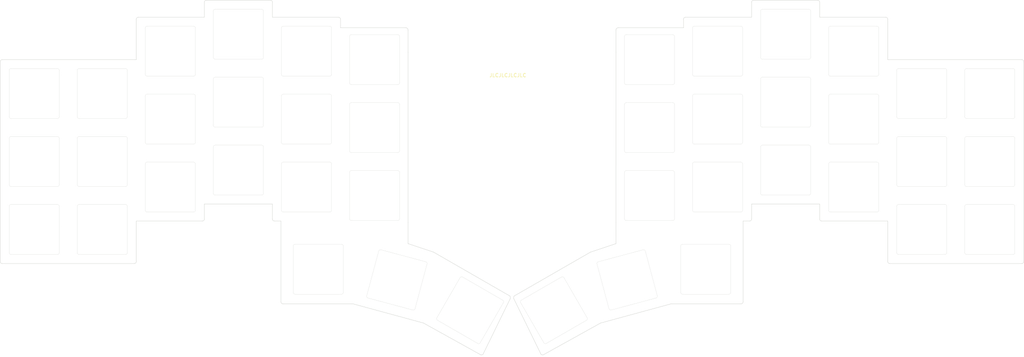
<source format=kicad_pcb>
(kicad_pcb (version 20221018) (generator pcbnew)
  (layers (0 "F.Cu" signal) (31 "B.Cu" signal) (34 "B.Paste" user) (35 "F.Paste" user) (36 "B.SilkS" user "B.Silkscreen") (37 "F.SilkS" user "F.Silkscreen") (38 "B.Mask" user) (39 "F.Mask" user) (44 "Edge.Cuts" user))
  (net 0 "")
  (footprint "MountingHole:MountingHole_2.2mm_M2_DIN965" (layer "F.Cu") (at 350.790673 93.098077)
    (fp_text reference "H7" hide)
    (fp_text value "MountingHole" hide)
    (pad "" np_thru_hole circle (at 0 0) (size 2.2 2.2) (drill 2.2) (layers "F&B.Cu" "*.Mask"))
  )
  (footprint "plate:plate_cutout" (layer "F.Cu") (at 194.36891 146.488643 -15)
    (fp_text reference "SW24" hide)
    (fp_text value "MX_SW_HS")
    (fp_line (start -7 -6.5) (end -7 6.5) (stroke (width 0.05)) (layer "Edge.Cuts"))
    (fp_line (start -6.5 7) (end 6.5 7) (stroke (width 0.05)) (layer "Edge.Cuts"))
    (fp_line (start 6.5 -7) (end -6.5 -7) (stroke (width 0.05)) (layer "Edge.Cuts"))
    (fp_line (start 7 6.5) (end 7 -6.5) (stroke (width 0.05)) (layer "Edge.Cuts"))
    (fp_arc (start -7 -6.5) (mid -6.853553 -6.853553) (end -6.5 -7) (stroke (width 0.05)) (layer "Edge.Cuts"))
    (fp_arc (start -6.497236 6.998884) (mid -6.850789 6.852437) (end -6.997236 6.498884) (stroke (width 0.05)) (layer "Edge.Cuts"))
    (fp_arc (start 6.5 -7) (mid 6.853553 -6.853553) (end 7 -6.5) (stroke (width 0.05)) (layer "Edge.Cuts"))
    (fp_arc (start 7 6.5) (mid 6.853553 6.853553) (end 6.5 7) (stroke (width 0.05)) (layer "Edge.Cuts"))
  )
  (footprint "plate:plate_cutout" (layer "F.Cu") (at 111.918911 113.313645)
    (fp_text reference "SW8" hide)
    (fp_text value "MX_SW_HS")
    (fp_line (start -7 -6.5) (end -7 6.5) (stroke (width 0.05)) (layer "Edge.Cuts"))
    (fp_line (start -6.5 7) (end 6.5 7) (stroke (width 0.05)) (layer "Edge.Cuts"))
    (fp_line (start 6.5 -7) (end -6.5 -7) (stroke (width 0.05)) (layer "Edge.Cuts"))
    (fp_line (start 7 6.5) (end 7 -6.5) (stroke (width 0.05)) (layer "Edge.Cuts"))
    (fp_arc (start -7 -6.5) (mid -6.853553 -6.853553) (end -6.5 -7) (stroke (width 0.05)) (layer "Edge.Cuts"))
    (fp_arc (start -6.497236 6.998884) (mid -6.850789 6.852437) (end -6.997236 6.498884) (stroke (width 0.05)) (layer "Edge.Cuts"))
    (fp_arc (start 6.5 -7) (mid 6.853553 -6.853553) (end 7 -6.5) (stroke (width 0.05)) (layer "Edge.Cuts"))
    (fp_arc (start 7 6.5) (mid 6.853553 6.853553) (end 6.5 7) (stroke (width 0.05)) (layer "Edge.Cuts"))
  )
  (footprint "plate:plate_cutout" (layer "F.Cu") (at 303.165603 77.63869)
    (fp_text reference "SW28" hide)
    (fp_text value "MX_SW_HS")
    (fp_line (start -7 -6.5) (end -7 6.5) (stroke (width 0.05)) (layer "Edge.Cuts"))
    (fp_line (start -6.5 7) (end 6.5 7) (stroke (width 0.05)) (layer "Edge.Cuts"))
    (fp_line (start 6.5 -7) (end -6.5 -7) (stroke (width 0.05)) (layer "Edge.Cuts"))
    (fp_line (start 7 6.5) (end 7 -6.5) (stroke (width 0.05)) (layer "Edge.Cuts"))
    (fp_arc (start -7 -6.5) (mid -6.853553 -6.853553) (end -6.5 -7) (stroke (width 0.05)) (layer "Edge.Cuts"))
    (fp_arc (start -6.497236 6.998884) (mid -6.850789 6.852437) (end -6.997236 6.498884) (stroke (width 0.05)) (layer "Edge.Cuts"))
    (fp_arc (start 6.5 -7) (mid 6.853553 -6.853553) (end 7 -6.5) (stroke (width 0.05)) (layer "Edge.Cuts"))
    (fp_arc (start 7 6.5) (mid 6.853553 6.853553) (end 6.5 7) (stroke (width 0.05)) (layer "Edge.Cuts"))
  )
  (footprint "plate:plate_cutout" (layer "F.Cu") (at 360.315599 132.363727)
    (fp_text reference "SW47" hide)
    (fp_text value "MX_SW_HS")
    (fp_line (start -7 -6.5) (end -7 6.5) (stroke (width 0.05)) (layer "Edge.Cuts"))
    (fp_line (start -6.5 7) (end 6.5 7) (stroke (width 0.05)) (layer "Edge.Cuts"))
    (fp_line (start 6.5 -7) (end -6.5 -7) (stroke (width 0.05)) (layer "Edge.Cuts"))
    (fp_line (start 7 6.5) (end 7 -6.5) (stroke (width 0.05)) (layer "Edge.Cuts"))
    (fp_arc (start -7 -6.5) (mid -6.853553 -6.853553) (end -6.5 -7) (stroke (width 0.05)) (layer "Edge.Cuts"))
    (fp_arc (start -6.497236 6.998884) (mid -6.850789 6.852437) (end -6.997236 6.498884) (stroke (width 0.05)) (layer "Edge.Cuts"))
    (fp_arc (start 6.5 -7) (mid 6.853553 -6.853553) (end 7 -6.5) (stroke (width 0.05)) (layer "Edge.Cuts"))
    (fp_arc (start 7 6.5) (mid 6.853553 6.853553) (end 6.5 7) (stroke (width 0.05)) (layer "Edge.Cuts"))
  )
  (footprint "plate:plate_cutout" (layer "F.Cu") (at 360.315599 113.313706)
    (fp_text reference "SW38" hide)
    (fp_text value "MX_SW_HS")
    (fp_line (start -7 -6.5) (end -7 6.5) (stroke (width 0.05)) (layer "Edge.Cuts"))
    (fp_line (start -6.5 7) (end 6.5 7) (stroke (width 0.05)) (layer "Edge.Cuts"))
    (fp_line (start 6.5 -7) (end -6.5 -7) (stroke (width 0.05)) (layer "Edge.Cuts"))
    (fp_line (start 7 6.5) (end 7 -6.5) (stroke (width 0.05)) (layer "Edge.Cuts"))
    (fp_arc (start -7 -6.5) (mid -6.853553 -6.853553) (end -6.5 -7) (stroke (width 0.05)) (layer "Edge.Cuts"))
    (fp_arc (start -6.497236 6.998884) (mid -6.850789 6.852437) (end -6.997236 6.498884) (stroke (width 0.05)) (layer "Edge.Cuts"))
    (fp_arc (start 6.5 -7) (mid 6.853553 -6.853553) (end 7 -6.5) (stroke (width 0.05)) (layer "Edge.Cuts"))
    (fp_arc (start 7 6.5) (mid 6.853553 6.853553) (end 6.5 7) (stroke (width 0.05)) (layer "Edge.Cuts"))
  )
  (footprint "MountingHole:MountingHole_2.2mm_M2_DIN965" (layer "F.Cu") (at 293.180597 110.803709)
    (fp_text reference "H12" hide)
    (fp_text value "MountingHole" hide)
    (pad "" np_thru_hole circle (at 0 0) (size 2.2 2.2) (drill 2.2) (layers "F&B.Cu" "*.Mask"))
  )
  (footprint "plate:plate_cutout" (layer "F.Cu") (at 341.265599 113.313707)
    (fp_text reference "SW37" hide)
    (fp_text value "MX_SW_HS")
    (fp_line (start -7 -6.5) (end -7 6.5) (stroke (width 0.05)) (layer "Edge.Cuts"))
    (fp_line (start -6.5 7) (end 6.5 7) (stroke (width 0.05)) (layer "Edge.Cuts"))
    (fp_line (start 6.5 -7) (end -6.5 -7) (stroke (width 0.05)) (layer "Edge.Cuts"))
    (fp_line (start 7 6.5) (end 7 -6.5) (stroke (width 0.05)) (layer "Edge.Cuts"))
    (fp_arc (start -7 -6.5) (mid -6.853553 -6.853553) (end -6.5 -7) (stroke (width 0.05)) (layer "Edge.Cuts"))
    (fp_arc (start -6.497236 6.998884) (mid -6.850789 6.852437) (end -6.997236 6.498884) (stroke (width 0.05)) (layer "Edge.Cuts"))
    (fp_arc (start 6.5 -7) (mid 6.853553 -6.853553) (end 7 -6.5) (stroke (width 0.05)) (layer "Edge.Cuts"))
    (fp_arc (start 7 6.5) (mid 6.853553 6.853553) (end 6.5 7) (stroke (width 0.05)) (layer "Edge.Cuts"))
  )
  (footprint "plate:plate_cutout" (layer "F.Cu") (at 280.815601 143.488722)
    (fp_text reference "SW50" hide)
    (fp_text value "MX_SW_HS")
    (fp_line (start -7 -6.5) (end -7 6.5) (stroke (width 0.05)) (layer "Edge.Cuts"))
    (fp_line (start -6.5 7) (end 6.5 7) (stroke (width 0.05)) (layer "Edge.Cuts"))
    (fp_line (start 6.5 -7) (end -6.5 -7) (stroke (width 0.05)) (layer "Edge.Cuts"))
    (fp_line (start 7 6.5) (end 7 -6.5) (stroke (width 0.05)) (layer "Edge.Cuts"))
    (fp_arc (start -7 -6.5) (mid -6.853553 -6.853553) (end -6.5 -7) (stroke (width 0.05)) (layer "Edge.Cuts"))
    (fp_arc (start -6.497236 6.998884) (mid -6.850789 6.852437) (end -6.997236 6.498884) (stroke (width 0.05)) (layer "Edge.Cuts"))
    (fp_arc (start 6.5 -7) (mid 6.853553 -6.853553) (end 7 -6.5) (stroke (width 0.05)) (layer "Edge.Cuts"))
    (fp_arc (start 7 6.5) (mid 6.853553 6.853553) (end 6.5 7) (stroke (width 0.05)) (layer "Edge.Cuts"))
  )
  (footprint "plate:plate_cutout" (layer "F.Cu") (at 341.2656 132.363723)
    (fp_text reference "SW46" hide)
    (fp_text value "MX_SW_HS")
    (fp_line (start -7 -6.5) (end -7 6.5) (stroke (width 0.05)) (layer "Edge.Cuts"))
    (fp_line (start -6.5 7) (end 6.5 7) (stroke (width 0.05)) (layer "Edge.Cuts"))
    (fp_line (start 6.5 -7) (end -6.5 -7) (stroke (width 0.05)) (layer "Edge.Cuts"))
    (fp_line (start 7 6.5) (end 7 -6.5) (stroke (width 0.05)) (layer "Edge.Cuts"))
    (fp_arc (start -7 -6.5) (mid -6.853553 -6.853553) (end -6.5 -7) (stroke (width 0.05)) (layer "Edge.Cuts"))
    (fp_arc (start -6.497236 6.998884) (mid -6.850789 6.852437) (end -6.997236 6.498884) (stroke (width 0.05)) (layer "Edge.Cuts"))
    (fp_arc (start 6.5 -7) (mid 6.853553 -6.853553) (end 7 -6.5) (stroke (width 0.05)) (layer "Edge.Cuts"))
    (fp_arc (start 7 6.5) (mid 6.853553 6.853553) (end 6.5 7) (stroke (width 0.05)) (layer "Edge.Cuts"))
  )
  (footprint "plate:plate_cutout" (layer "F.Cu") (at 150.018909 115.738642)
    (fp_text reference "SW17" hide)
    (fp_text value "MX_SW_HS")
    (fp_line (start -7 -6.5) (end -7 6.5) (stroke (width 0.05)) (layer "Edge.Cuts"))
    (fp_line (start -6.5 7) (end 6.5 7) (stroke (width 0.05)) (layer "Edge.Cuts"))
    (fp_line (start 6.5 -7) (end -6.5 -7) (stroke (width 0.05)) (layer "Edge.Cuts"))
    (fp_line (start 7 6.5) (end 7 -6.5) (stroke (width 0.05)) (layer "Edge.Cuts"))
    (fp_arc (start -7 -6.5) (mid -6.853553 -6.853553) (end -6.5 -7) (stroke (width 0.05)) (layer "Edge.Cuts"))
    (fp_arc (start -6.497236 6.998884) (mid -6.850789 6.852437) (end -6.997236 6.498884) (stroke (width 0.05)) (layer "Edge.Cuts"))
    (fp_arc (start 6.5 -7) (mid 6.853553 -6.853553) (end 7 -6.5) (stroke (width 0.05)) (layer "Edge.Cuts"))
    (fp_arc (start 7 6.5) (mid 6.853553 6.853553) (end 6.5 7) (stroke (width 0.05)) (layer "Edge.Cuts"))
  )
  (footprint "plate:plate_cutout" (layer "F.Cu") (at 265.065598 103.813709)
    (fp_text reference "SW33" hide)
    (fp_text value "MX_SW_HS")
    (fp_line (start -7 -6.5) (end -7 6.5) (stroke (width 0.05)) (layer "Edge.Cuts"))
    (fp_line (start -6.5 7) (end 6.5 7) (stroke (width 0.05)) (layer "Edge.Cuts"))
    (fp_line (start 6.5 -7) (end -6.5 -7) (stroke (width 0.05)) (layer "Edge.Cuts"))
    (fp_line (start 7 6.5) (end 7 -6.5) (stroke (width 0.05)) (layer "Edge.Cuts"))
    (fp_arc (start -7 -6.5) (mid -6.853553 -6.853553) (end -6.5 -7) (stroke (width 0.05)) (layer "Edge.Cuts"))
    (fp_arc (start -6.497236 6.998884) (mid -6.850789 6.852437) (end -6.997236 6.498884) (stroke (width 0.05)) (layer "Edge.Cuts"))
    (fp_arc (start 6.5 -7) (mid 6.853553 -6.853553) (end 7 -6.5) (stroke (width 0.05)) (layer "Edge.Cuts"))
    (fp_arc (start 7 6.5) (mid 6.853553 6.853553) (end 6.5 7) (stroke (width 0.05)) (layer "Edge.Cuts"))
  )
  (footprint "plate:plate_cutout" (layer "F.Cu") (at 284.115599 101.438709)
    (fp_text reference "SW34" hide)
    (fp_text value "MX_SW_HS")
    (fp_line (start -7 -6.5) (end -7 6.5) (stroke (width 0.05)) (layer "Edge.Cuts"))
    (fp_line (start -6.5 7) (end 6.5 7) (stroke (width 0.05)) (layer "Edge.Cuts"))
    (fp_line (start 6.5 -7) (end -6.5 -7) (stroke (width 0.05)) (layer "Edge.Cuts"))
    (fp_line (start 7 6.5) (end 7 -6.5) (stroke (width 0.05)) (layer "Edge.Cuts"))
    (fp_arc (start -7 -6.5) (mid -6.853553 -6.853553) (end -6.5 -7) (stroke (width 0.05)) (layer "Edge.Cuts"))
    (fp_arc (start -6.497236 6.998884) (mid -6.850789 6.852437) (end -6.997236 6.498884) (stroke (width 0.05)) (layer "Edge.Cuts"))
    (fp_arc (start 6.5 -7) (mid 6.853553 -6.853553) (end 7 -6.5) (stroke (width 0.05)) (layer "Edge.Cuts"))
    (fp_arc (start 7 6.5) (mid 6.853553 6.853553) (end 6.5 7) (stroke (width 0.05)) (layer "Edge.Cuts"))
  )
  (footprint "plate:plate_cutout" (layer "F.Cu") (at 150.01891 77.638643)
    (fp_text reference "SW4" hide)
    (fp_text value "MX_SW_HS")
    (fp_line (start -7 -6.5) (end -7 6.5) (stroke (width 0.05)) (layer "Edge.Cuts"))
    (fp_line (start -6.5 7) (end 6.5 7) (stroke (width 0.05)) (layer "Edge.Cuts"))
    (fp_line (start 6.5 -7) (end -6.5 -7) (stroke (width 0.05)) (layer "Edge.Cuts"))
    (fp_line (start 7 6.5) (end 7 -6.5) (stroke (width 0.05)) (layer "Edge.Cuts"))
    (fp_arc (start -7 -6.5) (mid -6.853553 -6.853553) (end -6.5 -7) (stroke (width 0.05)) (layer "Edge.Cuts"))
    (fp_arc (start -6.497236 6.998884) (mid -6.850789 6.852437) (end -6.997236 6.498884) (stroke (width 0.05)) (layer "Edge.Cuts"))
    (fp_arc (start 6.5 -7) (mid 6.853553 -6.853553) (end 7 -6.5) (stroke (width 0.05)) (layer "Edge.Cuts"))
    (fp_arc (start 7 6.5) (mid 6.853553 6.853553) (end 6.5 7) (stroke (width 0.05)) (layer "Edge.Cuts"))
  )
  (footprint "plate:plate_cutout" (layer "F.Cu") (at 130.968907 120.488648)
    (fp_text reference "SW16" hide)
    (fp_text value "MX_SW_HS")
    (fp_line (start -7 -6.5) (end -7 6.5) (stroke (width 0.05)) (layer "Edge.Cuts"))
    (fp_line (start -6.5 7) (end 6.5 7) (stroke (width 0.05)) (layer "Edge.Cuts"))
    (fp_line (start 6.5 -7) (end -6.5 -7) (stroke (width 0.05)) (layer "Edge.Cuts"))
    (fp_line (start 7 6.5) (end 7 -6.5) (stroke (width 0.05)) (layer "Edge.Cuts"))
    (fp_arc (start -7 -6.5) (mid -6.853553 -6.853553) (end -6.5 -7) (stroke (width 0.05)) (layer "Edge.Cuts"))
    (fp_arc (start -6.497236 6.998884) (mid -6.850789 6.852437) (end -6.997236 6.498884) (stroke (width 0.05)) (layer "Edge.Cuts"))
    (fp_arc (start 6.5 -7) (mid 6.853553 -6.853553) (end 7 -6.5) (stroke (width 0.05)) (layer "Edge.Cuts"))
    (fp_arc (start 7 6.5) (mid 6.853553 6.853553) (end 6.5 7) (stroke (width 0.05)) (layer "Edge.Cuts"))
  )
  (footprint "plate:plate_cutout" (layer "F.Cu") (at 111.918911 94.263644)
    (fp_text reference "SW2" hide)
    (fp_text value "MX_SW_HS")
    (fp_line (start -7 -6.5) (end -7 6.5) (stroke (width 0.05)) (layer "Edge.Cuts"))
    (fp_line (start -6.5 7) (end 6.5 7) (stroke (width 0.05)) (layer "Edge.Cuts"))
    (fp_line (start 6.5 -7) (end -6.5 -7) (stroke (width 0.05)) (layer "Edge.Cuts"))
    (fp_line (start 7 6.5) (end 7 -6.5) (stroke (width 0.05)) (layer "Edge.Cuts"))
    (fp_arc (start -7 -6.5) (mid -6.853553 -6.853553) (end -6.5 -7) (stroke (width 0.05)) (layer "Edge.Cuts"))
    (fp_arc (start -6.497236 6.998884) (mid -6.850789 6.852437) (end -6.997236 6.498884) (stroke (width 0.05)) (layer "Edge.Cuts"))
    (fp_arc (start 6.5 -7) (mid 6.853553 -6.853553) (end 7 -6.5) (stroke (width 0.05)) (layer "Edge.Cuts"))
    (fp_arc (start 7 6.5) (mid 6.853553 6.853553) (end 6.5 7) (stroke (width 0.05)) (layer "Edge.Cuts"))
  )
  (footprint "plate:plate_cutout" (layer "F.Cu") (at 341.265597 94.263692)
    (fp_text reference "SW30" hide)
    (fp_text value "MX_SW_HS")
    (fp_line (start -7 -6.5) (end -7 6.5) (stroke (width 0.05)) (layer "Edge.Cuts"))
    (fp_line (start -6.5 7) (end 6.5 7) (stroke (width 0.05)) (layer "Edge.Cuts"))
    (fp_line (start 6.5 -7) (end -6.5 -7) (stroke (width 0.05)) (layer "Edge.Cuts"))
    (fp_line (start 7 6.5) (end 7 -6.5) (stroke (width 0.05)) (layer "Edge.Cuts"))
    (fp_arc (start -7 -6.5) (mid -6.853553 -6.853553) (end -6.5 -7) (stroke (width 0.05)) (layer "Edge.Cuts"))
    (fp_arc (start -6.497236 6.998884) (mid -6.850789 6.852437) (end -6.997236 6.498884) (stroke (width 0.05)) (layer "Edge.Cuts"))
    (fp_arc (start 6.5 -7) (mid 6.853553 -6.853553) (end 7 -6.5) (stroke (width 0.05)) (layer "Edge.Cuts"))
    (fp_arc (start 7 6.5) (mid 6.853553 6.853553) (end 6.5 7) (stroke (width 0.05)) (layer "Edge.Cuts"))
  )
  (footprint "plate:plate_cutout" (layer "F.Cu") (at 169.068911 120.488643)
    (fp_text reference "SW18" hide)
    (fp_text value "MX_SW_HS")
    (fp_line (start -7 -6.5) (end -7 6.5) (stroke (width 0.05)) (layer "Edge.Cuts"))
    (fp_line (start -6.5 7) (end 6.5 7) (stroke (width 0.05)) (layer "Edge.Cuts"))
    (fp_line (start 6.5 -7) (end -6.5 -7) (stroke (width 0.05)) (layer "Edge.Cuts"))
    (fp_line (start 7 6.5) (end 7 -6.5) (stroke (width 0.05)) (layer "Edge.Cuts"))
    (fp_arc (start -7 -6.5) (mid -6.853553 -6.853553) (end -6.5 -7) (stroke (width 0.05)) (layer "Edge.Cuts"))
    (fp_arc (start -6.497236 6.998884) (mid -6.850789 6.852437) (end -6.997236 6.498884) (stroke (width 0.05)) (layer "Edge.Cuts"))
    (fp_arc (start 6.5 -7) (mid 6.853553 -6.853553) (end 7 -6.5) (stroke (width 0.05)) (layer "Edge.Cuts"))
    (fp_arc (start 7 6.5) (mid 6.853553 6.853553) (end 6.5 7) (stroke (width 0.05)) (layer "Edge.Cuts"))
  )
  (footprint "MountingHole:MountingHole_2.2mm_M2_DIN965" (layer "F.Cu") (at 246.5506 145.273723)
    (fp_text reference "H3" hide)
    (fp_text value "MountingHole" hide)
    (pad "" np_thru_hole circle (at 0 0) (size 2.2 2.2) (drill 2.2) (layers "F&B.Cu" "*.Mask"))
  )
  (footprint "plate:plate_cutout" (layer "F.Cu") (at 92.868911 94.263643)
    (fp_text reference "SW1" hide)
    (fp_text value "MX_SW_HS")
    (fp_line (start -7 -6.5) (end -7 6.5) (stroke (width 0.05)) (layer "Edge.Cuts"))
    (fp_line (start -6.5 7) (end 6.5 7) (stroke (width 0.05)) (layer "Edge.Cuts"))
    (fp_line (start 6.5 -7) (end -6.5 -7) (stroke (width 0.05)) (layer "Edge.Cuts"))
    (fp_line (start 7 6.5) (end 7 -6.5) (stroke (width 0.05)) (layer "Edge.Cuts"))
    (fp_arc (start -7 -6.5) (mid -6.853553 -6.853553) (end -6.5 -7) (stroke (width 0.05)) (layer "Edge.Cuts"))
    (fp_arc (start -6.497236 6.998884) (mid -6.850789 6.852437) (end -6.997236 6.498884) (stroke (width 0.05)) (layer "Edge.Cuts"))
    (fp_arc (start 6.5 -7) (mid 6.853553 -6.853553) (end 7 -6.5) (stroke (width 0.05)) (layer "Edge.Cuts"))
    (fp_arc (start 7 6.5) (mid 6.853553 6.853553) (end 6.5 7) (stroke (width 0.05)) (layer "Edge.Cuts"))
  )
  (footprint "plate:plate_cutout" (layer "F.Cu") (at 92.868907 132.363645)
    (fp_text reference "SW14" hide)
    (fp_text value "MX_SW_HS")
    (fp_line (start -7 -6.5) (end -7 6.5) (stroke (width 0.05)) (layer "Edge.Cuts"))
    (fp_line (start -6.5 7) (end 6.5 7) (stroke (width 0.05)) (layer "Edge.Cuts"))
    (fp_line (start 6.5 -7) (end -6.5 -7) (stroke (width 0.05)) (layer "Edge.Cuts"))
    (fp_line (start 7 6.5) (end 7 -6.5) (stroke (width 0.05)) (layer "Edge.Cuts"))
    (fp_arc (start -7 -6.5) (mid -6.853553 -6.853553) (end -6.5 -7) (stroke (width 0.05)) (layer "Edge.Cuts"))
    (fp_arc (start -6.497236 6.998884) (mid -6.850789 6.852437) (end -6.997236 6.498884) (stroke (width 0.05)) (layer "Edge.Cuts"))
    (fp_arc (start 6.5 -7) (mid 6.853553 -6.853553) (end 7 -6.5) (stroke (width 0.05)) (layer "Edge.Cuts"))
    (fp_arc (start 7 6.5) (mid 6.853553 6.853553) (end 6.5 7) (stroke (width 0.05)) (layer "Edge.Cuts"))
  )
  (footprint "plate:plate_cutout" (layer "F.Cu") (at 322.215594 82.388691)
    (fp_text reference "SW29" hide)
    (fp_text value "MX_SW_HS")
    (fp_line (start -7 -6.5) (end -7 6.5) (stroke (width 0.05)) (layer "Edge.Cuts"))
    (fp_line (start -6.5 7) (end 6.5 7) (stroke (width 0.05)) (layer "Edge.Cuts"))
    (fp_line (start 6.5 -7) (end -6.5 -7) (stroke (width 0.05)) (layer "Edge.Cuts"))
    (fp_line (start 7 6.5) (end 7 -6.5) (stroke (width 0.05)) (layer "Edge.Cuts"))
    (fp_arc (start -7 -6.5) (mid -6.853553 -6.853553) (end -6.5 -7) (stroke (width 0.05)) (layer "Edge.Cuts"))
    (fp_arc (start -6.497236 6.998884) (mid -6.850789 6.852437) (end -6.997236 6.498884) (stroke (width 0.05)) (layer "Edge.Cuts"))
    (fp_arc (start 6.5 -7) (mid 6.853553 -6.853553) (end 7 -6.5) (stroke (width 0.05)) (layer "Edge.Cuts"))
    (fp_arc (start 7 6.5) (mid 6.853553 6.853553) (end 6.5 7) (stroke (width 0.05)) (layer "Edge.Cuts"))
  )
  (footprint "plate:plate_cutout" (layer "F.Cu") (at 360.315598 94.263691)
    (fp_text reference "SW31" hide)
    (fp_text value "MX_SW_HS")
    (fp_line (start -7 -6.5) (end -7 6.5) (stroke (width 0.05)) (layer "Edge.Cuts"))
    (fp_line (start -6.5 7) (end 6.5 7) (stroke (width 0.05)) (layer "Edge.Cuts"))
    (fp_line (start 6.5 -7) (end -6.5 -7) (stroke (width 0.05)) (layer "Edge.Cuts"))
    (fp_line (start 7 6.5) (end 7 -6.5) (stroke (width 0.05)) (layer "Edge.Cuts"))
    (fp_arc (start -7 -6.5) (mid -6.853553 -6.853553) (end -6.5 -7) (stroke (width 0.05)) (layer "Edge.Cuts"))
    (fp_arc (start -6.497236 6.998884) (mid -6.850789 6.852437) (end -6.997236 6.498884) (stroke (width 0.05)) (layer "Edge.Cuts"))
    (fp_arc (start 6.5 -7) (mid 6.853553 -6.853553) (end 7 -6.5) (stroke (width 0.05)) (layer "Edge.Cuts"))
    (fp_arc (start 7 6.5) (mid 6.853553 6.853553) (end 6.5 7) (stroke (width 0.05)) (layer "Edge.Cuts"))
  )
  (footprint "plate:plate_cutout" (layer "F.Cu") (at 188.11891 103.813647)
    (fp_text reference "SW12" hide)
    (fp_text value "MX_SW_HS")
    (fp_line (start -7 -6.5) (end -7 6.5) (stroke (width 0.05)) (layer "Edge.Cuts"))
    (fp_line (start -6.5 7) (end 6.5 7) (stroke (width 0.05)) (layer "Edge.Cuts"))
    (fp_line (start 6.5 -7) (end -6.5 -7) (stroke (width 0.05)) (layer "Edge.Cuts"))
    (fp_line (start 7 6.5) (end 7 -6.5) (stroke (width 0.05)) (layer "Edge.Cuts"))
    (fp_arc (start -7 -6.5) (mid -6.853553 -6.853553) (end -6.5 -7) (stroke (width 0.05)) (layer "Edge.Cuts"))
    (fp_arc (start -6.497236 6.998884) (mid -6.850789 6.852437) (end -6.997236 6.498884) (stroke (width 0.05)) (layer "Edge.Cuts"))
    (fp_arc (start 6.5 -7) (mid 6.853553 -6.853553) (end 7 -6.5) (stroke (width 0.05)) (layer "Edge.Cuts"))
    (fp_arc (start 7 6.5) (mid 6.853553 6.853553) (end 6.5 7) (stroke (width 0.05)) (layer "Edge.Cuts"))
  )
  (footprint "plate:plate_cutout" (layer "F.Cu") (at 322.215598 120.488726)
    (fp_text reference "SW45" hide)
    (fp_text value "MX_SW_HS")
    (fp_line (start -7 -6.5) (end -7 6.5) (stroke (width 0.05)) (layer "Edge.Cuts"))
    (fp_line (start -6.5 7) (end 6.5 7) (stroke (width 0.05)) (layer "Edge.Cuts"))
    (fp_line (start 6.5 -7) (end -6.5 -7) (stroke (width 0.05)) (layer "Edge.Cuts"))
    (fp_line (start 7 6.5) (end 7 -6.5) (stroke (width 0.05)) (layer "Edge.Cuts"))
    (fp_arc (start -7 -6.5) (mid -6.853553 -6.853553) (end -6.5 -7) (stroke (width 0.05)) (layer "Edge.Cuts"))
    (fp_arc (start -6.497236 6.998884) (mid -6.850789 6.852437) (end -6.997236 6.498884) (stroke (width 0.05)) (layer "Edge.Cuts"))
    (fp_arc (start 6.5 -7) (mid 6.853553 -6.853553) (end 7 -6.5) (stroke (width 0.05)) (layer "Edge.Cuts"))
    (fp_arc (start 7 6.5) (mid 6.853553 6.853553) (end 6.5 7) (stroke (width 0.05)) (layer "Edge.Cuts"))
  )
  (footprint "plate:plate_cutout" (layer "F.Cu") (at 265.065597 122.863723)
    (fp_text reference "SW42" hide)
    (fp_text value "MX_SW_HS")
    (fp_line (start -7 -6.5) (end -7 6.5) (stroke (width 0.05)) (layer "Edge.Cuts"))
    (fp_line (start -6.5 7) (end 6.5 7) (stroke (width 0.05)) (layer "Edge.Cuts"))
    (fp_line (start 6.5 -7) (end -6.5 -7) (stroke (width 0.05)) (layer "Edge.Cuts"))
    (fp_line (start 7 6.5) (end 7 -6.5) (stroke (width 0.05)) (layer "Edge.Cuts"))
    (fp_arc (start -7 -6.5) (mid -6.853553 -6.853553) (end -6.5 -7) (stroke (width 0.05)) (layer "Edge.Cuts"))
    (fp_arc (start -6.497236 6.998884) (mid -6.850789 6.852437) (end -6.997236 6.498884) (stroke (width 0.05)) (layer "Edge.Cuts"))
    (fp_arc (start 6.5 -7) (mid 6.853553 -6.853553) (end 7 -6.5) (stroke (width 0.05)) (layer "Edge.Cuts"))
    (fp_arc (start 7 6.5) (mid 6.853553 6.853553) (end 6.5 7) (stroke (width 0.05)) (layer "Edge.Cuts"))
  )
  (footprint "plate:plate_cutout" (layer "F.Cu") (at 169.068911 101.438643)
    (fp_text reference "SW11" hide)
    (fp_text value "MX_SW_HS")
    (fp_line (start -7 -6.5) (end -7 6.5) (stroke (width 0.05)) (layer "Edge.Cuts"))
    (fp_line (start -6.5 7) (end 6.5 7) (stroke (width 0.05)) (layer "Edge.Cuts"))
    (fp_line (start 6.5 -7) (end -6.5 -7) (stroke (width 0.05)) (layer "Edge.Cuts"))
    (fp_line (start 7 6.5) (end 7 -6.5) (stroke (width 0.05)) (layer "Edge.Cuts"))
    (fp_arc (start -7 -6.5) (mid -6.853553 -6.853553) (end -6.5 -7) (stroke (width 0.05)) (layer "Edge.Cuts"))
    (fp_arc (start -6.497236 6.998884) (mid -6.850789 6.852437) (end -6.997236 6.498884) (stroke (width 0.05)) (layer "Edge.Cuts"))
    (fp_arc (start 6.5 -7) (mid 6.853553 -6.853553) (end 7 -6.5) (stroke (width 0.05)) (layer "Edge.Cuts"))
    (fp_arc (start 7 6.5) (mid 6.853553 6.853553) (end 6.5 7) (stroke (width 0.05)) (layer "Edge.Cuts"))
  )
  (footprint "MountingHole:MountingHole_2.2mm_M2_DIN965" (layer "F.Cu") (at 206.63391 145.27364)
    (fp_text reference "H10" hide)
    (fp_text value "MountingHole")
    (pad "" np_thru_hole circle (at 0 0) (size 2.2 2.2) (drill 2.2) (layers "F&B.Cu" "*.Mask"))
  )
  (footprint "plate:plate_cutout" (layer "F.Cu") (at 111.918909 132.363644)
    (fp_text reference "SW15" hide)
    (fp_text value "MX_SW_HS")
    (fp_line (start -7 -6.5) (end -7 6.5) (stroke (width 0.05)) (layer "Edge.Cuts"))
    (fp_line (start -6.5 7) (end 6.5 7) (stroke (width 0.05)) (layer "Edge.Cuts"))
    (fp_line (start 6.5 -7) (end -6.5 -7) (stroke (width 0.05)) (layer "Edge.Cuts"))
    (fp_line (start 7 6.5) (end 7 -6.5) (stroke (width 0.05)) (layer "Edge.Cuts"))
    (fp_arc (start -7 -6.5) (mid -6.853553 -6.853553) (end -6.5 -7) (stroke (width 0.05)) (layer "Edge.Cuts"))
    (fp_arc (start -6.497236 6.998884) (mid -6.850789 6.852437) (end -6.997236 6.498884) (stroke (width 0.05)) (layer "Edge.Cuts"))
    (fp_arc (start 6.5 -7) (mid 6.853553 -6.853553) (end 7 -6.5) (stroke (width 0.05)) (layer "Edge.Cuts"))
    (fp_arc (start 7 6.5) (mid 6.853553 6.853553) (end 6.5 7) (stroke (width 0.05)) (layer "Edge.Cuts"))
  )
  (footprint "plate:plate_cutout" (layer "F.Cu") (at 303.1656 96.688706)
    (fp_text reference "SW35" hide)
    (fp_text value "MX_SW_HS")
    (fp_line (start -7 -6.5) (end -7 6.5) (stroke (width 0.05)) (layer "Edge.Cuts"))
    (fp_line (start -6.5 7) (end 6.5 7) (stroke (width 0.05)) (layer "Edge.Cuts"))
    (fp_line (start 6.5 -7) (end -6.5 -7) (stroke (width 0.05)) (layer "Edge.Cuts"))
    (fp_line (start 7 6.5) (end 7 -6.5) (stroke (width 0.05)) (layer "Edge.Cuts"))
    (fp_arc (start -7 -6.5) (mid -6.853553 -6.853553) (end -6.5 -7) (stroke (width 0.05)) (layer "Edge.Cuts"))
    (fp_arc (start -6.497236 6.998884) (mid -6.850789 6.852437) (end -6.997236 6.498884) (stroke (width 0.05)) (layer "Edge.Cuts"))
    (fp_arc (start 6.5 -7) (mid 6.853553 -6.853553) (end 7 -6.5) (stroke (width 0.05)) (layer "Edge.Cuts"))
    (fp_arc (start 7 6.5) (mid 6.853553 6.853553) (end 6.5 7) (stroke (width 0.05)) (layer "Edge.Cuts"))
  )
  (footprint "plate:plate_cutout" (layer "F.Cu") (at 188.118909 122.863643)
    (fp_text reference "SW19" hide)
    (fp_text value "MX_SW_HS")
    (fp_line (start -7 -6.5) (end -7 6.5) (stroke (width 0.05)) (layer "Edge.Cuts"))
    (fp_line (start -6.5 7) (end 6.5 7) (stroke (width 0.05)) (layer "Edge.Cuts"))
    (fp_line (start 6.5 -7) (end -6.5 -7) (stroke (width 0.05)) (layer "Edge.Cuts"))
    (fp_line (start 7 6.5) (end 7 -6.5) (stroke (width 0.05)) (layer "Edge.Cuts"))
    (fp_arc (start -7 -6.5) (mid -6.853553 -6.853553) (end -6.5 -7) (stroke (width 0.05)) (layer "Edge.Cuts"))
    (fp_arc (start -6.497236 6.998884) (mid -6.850789 6.852437) (end -6.997236 6.498884) (stroke (width 0.05)) (layer "Edge.Cuts"))
    (fp_arc (start 6.5 -7) (mid 6.853553 -6.853553) (end 7 -6.5) (stroke (width 0.05)) (layer "Edge.Cuts"))
    (fp_arc (start 7 6.5) (mid 6.853553 6.853553) (end 6.5 7) (stroke (width 0.05)) (layer "Edge.Cuts"))
  )
  (footprint "plate:plate_cutout" (layer "F.Cu") (at 214.868911 154.988645 -30)
    (fp_text reference "SW25" hide)
    (fp_text value "MX_SW_HS")
    (fp_line (start -7 -6.5) (end -7 6.5) (stroke (width 0.05)) (layer "Edge.Cuts"))
    (fp_line (start -6.5 7) (end 6.5 7) (stroke (width 0.05)) (layer "Edge.Cuts"))
    (fp_line (start 6.5 -7) (end -6.5 -7) (stroke (width 0.05)) (layer "Edge.Cuts"))
    (fp_line (start 7 6.5) (end 7 -6.5) (stroke (width 0.05)) (layer "Edge.Cuts"))
    (fp_arc (start -7 -6.5) (mid -6.853553 -6.853553) (end -6.5 -7) (stroke (width 0.05)) (layer "Edge.Cuts"))
    (fp_arc (start -6.497236 6.998884) (mid -6.850789 6.852437) (end -6.997236 6.498884) (stroke (width 0.05)) (layer "Edge.Cuts"))
    (fp_arc (start 6.5 -7) (mid 6.853553 -6.853553) (end 7 -6.5) (stroke (width 0.05)) (layer "Edge.Cuts"))
    (fp_arc (start 7 6.5) (mid 6.853553 6.853553) (end 6.5 7) (stroke (width 0.05)) (layer "Edge.Cuts"))
  )
  (footprint "MountingHole:MountingHole_2.2mm_M2_DIN965" (layer "F.Cu") (at 102.213909 131.083641)
    (fp_text reference "H2" hide)
    (fp_text value "MountingHole")
    (pad "" np_thru_hole circle (at 0 0) (size 2.2 2.2) (drill 2.2) (layers "F&B.Cu" "*.Mask"))
  )
  (footprint "MountingHole:MountingHole_2.2mm_M2_DIN965" (layer "F.Cu") (at 102.143912 88.973643)
    (fp_text reference "H1" hide)
    (fp_text value "MountingHole")
    (pad "" np_thru_hole circle (at 0 0) (size 2.2 2.2) (drill 2.2) (layers "F&B.Cu" "*.Mask"))
  )
  (footprint "plate:plate_cutout" (layer "F.Cu") (at 130.968909 101.438643)
    (fp_text reference "SW9" hide)
    (fp_text value "MX_SW_HS")
    (fp_line (start -7 -6.5) (end -7 6.5) (stroke (width 0.05)) (layer "Edge.Cuts"))
    (fp_line (start -6.5 7) (end 6.5 7) (stroke (width 0.05)) (layer "Edge.Cuts"))
    (fp_line (start 6.5 -7) (end -6.5 -7) (stroke (width 0.05)) (layer "Edge.Cuts"))
    (fp_line (start 7 6.5) (end 7 -6.5) (stroke (width 0.05)) (layer "Edge.Cuts"))
    (fp_arc (start -7 -6.5) (mid -6.853553 -6.853553) (end -6.5 -7) (stroke (width 0.05)) (layer "Edge.Cuts"))
    (fp_arc (start -6.497236 6.998884) (mid -6.850789 6.852437) (end -6.997236 6.498884) (stroke (width 0.05)) (layer "Edge.Cuts"))
    (fp_arc (start 6.5 -7) (mid 6.853553 -6.853553) (end 7 -6.5) (stroke (width 0.05)) (layer "Edge.Cuts"))
    (fp_arc (start 7 6.5) (mid 6.853553 6.853553) (end 6.5 7) (stroke (width 0.05)) (layer "Edge.Cuts"))
  )
  (footprint "plate:plate_cutout" (layer "F.Cu") (at 238.315599 154.988725 30)
    (fp_text reference "SW48" hide)
    (fp_text value "MX_SW_HS")
    (fp_line (start -7 -6.5) (end -7 6.5) (stroke (width 0.05)) (layer "Edge.Cuts"))
    (fp_line (start -6.5 7) (end 6.5 7) (stroke (width 0.05)) (layer "Edge.Cuts"))
    (fp_line (start 6.5 -7) (end -6.5 -7) (stroke (width 0.05)) (layer "Edge.Cuts"))
    (fp_line (start 7 6.5) (end 7 -6.5) (stroke (width 0.05)) (layer "Edge.Cuts"))
    (fp_arc (start -7 -6.5) (mid -6.853553 -6.853553) (end -6.5 -7) (stroke (width 0.05)) (layer "Edge.Cuts"))
    (fp_arc (start -6.497236 6.998884) (mid -6.850789 6.852437) (end -6.997236 6.498884) (stroke (width 0.05)) (layer "Edge.Cuts"))
    (fp_arc (start 6.5 -7) (mid 6.853553 -6.853553) (end 7 -6.5) (stroke (width 0.05)) (layer "Edge.Cuts"))
    (fp_arc (start 7 6.5) (mid 6.853553 6.853553) (end 6.5 7) (stroke (width 0.05)) (layer "Edge.Cuts"))
  )
  (footprint "plate:plate_cutout" (layer "F.Cu") (at 284.115601 120.488723)
    (fp_text reference "SW43" hide)
    (fp_text value "MX_SW_HS")
    (fp_line (start -7 -6.5) (end -7 6.5) (stroke (width 0.05)) (layer "Edge.Cuts"))
    (fp_line (start -6.5 7) (end 6.5 7) (stroke (width 0.05)) (layer "Edge.Cuts"))
    (fp_line (start 6.5 -7) (end -6.5 -7) (stroke (width 0.05)) (layer "Edge.Cuts"))
    (fp_line (start 7 6.5) (end 7 -6.5) (stroke (width 0.05)) (layer "Edge.Cuts"))
    (fp_arc (start -7 -6.5) (mid -6.853553 -6.853553) (end -6.5 -7) (stroke (width 0.05)) (layer "Edge.Cuts"))
    (fp_arc (start -6.497236 6.998884) (mid -6.850789 6.852437) (end -6.997236 6.498884) (stroke (width 0.05)) (layer "Edge.Cuts"))
    (fp_arc (start 6.5 -7) (mid 6.853553 -6.853553) (end 7 -6.5) (stroke (width 0.05)) (layer "Edge.Cuts"))
    (fp_arc (start 7 6.5) (mid 6.853553 6.853553) (end 6.5 7) (stroke (width 0.05)) (layer "Edge.Cuts"))
  )
  (footprint "plate:plate_cutout" (layer "F.Cu") (at 92.868911 113.313642)
    (fp_text reference "SW7" hide)
    (fp_text value "MX_SW_HS")
    (fp_line (start -7 -6.5) (end -7 6.5) (stroke (width 0.05)) (layer "Edge.Cuts"))
    (fp_line (start -6.5 7) (end 6.5 7) (stroke (width 0.05)) (layer "Edge.Cuts"))
    (fp_line (start 6.5 -7) (end -6.5 -7) (stroke (width 0.05)) (layer "Edge.Cuts"))
    (fp_line (start 7 6.5) (end 7 -6.5) (stroke (width 0.05)) (layer "Edge.Cuts"))
    (fp_arc (start -7 -6.5) (mid -6.853553 -6.853553) (end -6.5 -7) (stroke (width 0.05)) (layer "Edge.Cuts"))
    (fp_arc (start -6.497236 6.998884) (mid -6.850789 6.852437) (end -6.997236 6.498884) (stroke (width 0.05)) (layer "Edge.Cuts"))
    (fp_arc (start 6.5 -7) (mid 6.853553 -6.853553) (end 7 -6.5) (stroke (width 0.05)) (layer "Edge.Cuts"))
    (fp_arc (start 7 6.5) (mid 6.853553 6.853553) (end 6.5 7) (stroke (width 0.05)) (layer "Edge.Cuts"))
  )
  (footprint "plate:plate_cutout" (layer "F.Cu") (at 303.165601 115.738727)
    (fp_text reference "SW44" hide)
    (fp_text value "MX_SW_HS")
    (fp_line (start -7 -6.5) (end -7 6.5) (stroke (width 0.05)) (layer "Edge.Cuts"))
    (fp_line (start -6.5 7) (end 6.5 7) (stroke (width 0.05)) (layer "Edge.Cuts"))
    (fp_line (start 6.5 -7) (end -6.5 -7) (stroke (width 0.05)) (layer "Edge.Cuts"))
    (fp_line (start 7 6.5) (end 7 -6.5) (stroke (width 0.05)) (layer "Edge.Cuts"))
    (fp_arc (start -7 -6.5) (mid -6.853553 -6.853553) (end -6.5 -7) (stroke (width 0.05)) (layer "Edge.Cuts"))
    (fp_arc (start -6.497236 6.998884) (mid -6.850789 6.852437) (end -6.997236 6.498884) (stroke (width 0.05)) (layer "Edge.Cuts"))
    (fp_arc (start 6.5 -7) (mid 6.853553 -6.853553) (end 7 -6.5) (stroke (width 0.05)) (layer "Edge.Cuts"))
    (fp_arc (start 7 6.5) (mid 6.853553 6.853553) (end 6.5 7) (stroke (width 0.05)) (layer "Edge.Cuts"))
  )
  (footprint "MountingHole:MountingHole_2.2mm_M2_DIN965" (layer "F.Cu") (at 160.003912 110.803644)
    (fp_text reference "H6" hide)
    (fp_text value "MountingHole")
    (pad "" np_thru_hole circle (at 0 0) (size 2.2 2.2) (drill 2.2) (layers "F&B.Cu" "*.Mask"))
  )
  (footprint "plate:plate_cutout" (layer "F.Cu") (at 150.01891 96.688646)
    (fp_text reference "SW10" hide)
    (fp_text value "MX_SW_HS")
    (fp_line (start -7 -6.5) (end -7 6.5) (stroke (width 0.05)) (layer "Edge.Cuts"))
    (fp_line (start -6.5 7) (end 6.5 7) (stroke (width 0.05)) (layer "Edge.Cuts"))
    (fp_line (start 6.5 -7) (end -6.5 -7) (stroke (width 0.05)) (layer "Edge.Cuts"))
    (fp_line (start 7 6.5) (end 7 -6.5) (stroke (width 0.05)) (layer "Edge.Cuts"))
    (fp_arc (start -7 -6.5) (mid -6.853553 -6.853553) (end -6.5 -7) (stroke (width 0.05)) (layer "Edge.Cuts"))
    (fp_arc (start -6.497236 6.998884) (mid -6.850789 6.852437) (end -6.997236 6.498884) (stroke (width 0.05)) (layer "Edge.Cuts"))
    (fp_arc (start 6.5 -7) (mid 6.853553 -6.853553) (end 7 -6.5) (stroke (width 0.05)) (layer "Edge.Cuts"))
    (fp_arc (start 7 6.5) (mid 6.853553 6.853553) (end 6.5 7) (stroke (width 0.05)) (layer "Edge.Cuts"))
  )
  (footprint "plate:plate_cutout" (layer "F.Cu") (at 284.1156 82.388691)
    (fp_text reference "SW27" hide)
    (fp_text value "MX_SW_HS")
    (fp_line (start -7 -6.5) (end -7 6.5) (stroke (width 0.05)) (layer "Edge.Cuts"))
    (fp_line (start -6.5 7) (end 6.5 7) (stroke (width 0.05)) (layer "Edge.Cuts"))
    (fp_line (start 6.5 -7) (end -6.5 -7) (stroke (width 0.05)) (layer "Edge.Cuts"))
    (fp_line (start 7 6.5) (end 7 -6.5) (stroke (width 0.05)) (layer "Edge.Cuts"))
    (fp_arc (start -7 -6.5) (mid -6.853553 -6.853553) (end -6.5 -7) (stroke (width 0.05)) (layer "Edge.Cuts"))
    (fp_arc (start -6.497236 6.998884) (mid -6.850789 6.852437) (end -6.997236 6.498884) (stroke (width 0.05)) (layer "Edge.Cuts"))
    (fp_arc (start 6.5 -7) (mid 6.853553 -6.853553) (end 7 -6.5) (stroke (width 0.05)) (layer "Edge.Cuts"))
    (fp_arc (start 7 6.5) (mid 6.853553 6.853553) (end 6.5 7) (stroke (width 0.05)) (layer "Edge.Cuts"))
  )
  (footprint "plate:plate_cutout" (layer "F.Cu") (at 188.118908 84.763642)
    (fp_text reference "SW6" hide)
    (fp_text value "MX_SW_HS")
    (fp_line (start -7 -6.5) (end -7 6.5) (stroke (width 0.05)) (layer "Edge.Cuts"))
    (fp_line (start -6.5 7) (end 6.5 7) (stroke (width 0.05)) (layer "Edge.Cuts"))
    (fp_line (start 6.5 -7) (end -6.5 -7) (stroke (width 0.05)) (layer "Edge.Cuts"))
    (fp_line (start 7 6.5) (end 7 -6.5) (stroke (width 0.05)) (layer "Edge.Cuts"))
    (fp_arc (start -7 -6.5) (mid -6.853553 -6.853553) (end -6.5 -7) (stroke (width 0.05)) (layer "Edge.Cuts"))
    (fp_arc (start -6.497236 6.998884) (mid -6.850789 6.852437) (end -6.997236 6.498884) (stroke (width 0.05)) (layer "Edge.Cuts"))
    (fp_arc (start 6.5 -7) (mid 6.853553 -6.853553) (end 7 -6.5) (stroke (width 0.05)) (layer "Edge.Cuts"))
    (fp_arc (start 7 6.5) (mid 6.853553 6.853553) (end 6.5 7) (stroke (width 0.05)) (layer "Edge.Cuts"))
  )
  (footprint "plate:plate_cutout" (layer "F.Cu") (at 322.2156 101.438706)
    (fp_text reference "SW36" hide)
    (fp_text value "MX_SW_HS")
    (fp_line (start -7 -6.5) (end -7 6.5) (stroke (width 0.05)) (layer "Edge.Cuts"))
    (fp_line (start -6.5 7) (end 6.5 7) (stroke (width 0.05)) (layer "Edge.Cuts"))
    (fp_line (start 6.5 -7) (end -6.5 -7) (stroke (width 0.05)) (layer "Edge.Cuts"))
    (fp_line (start 7 6.5) (end 7 -6.5) (stroke (width 0.05)) (layer "Edge.Cuts"))
    (fp_arc (start -7 -6.5) (mid -6.853553 -6.853553) (end -6.5 -7) (stroke (width 0.05)) (layer "Edge.Cuts"))
    (fp_arc (start -6.497236 6.998884) (mid -6.850789 6.852437) (end -6.997236 6.498884) (stroke (width 0.05)) (layer "Edge.Cuts"))
    (fp_arc (start 6.5 -7) (mid 6.853553 -6.853553) (end 7 -6.5) (stroke (width 0.05)) (layer "Edge.Cuts"))
    (fp_arc (start 7 6.5) (mid 6.853553 6.853553) (end 6.5 7) (stroke (width 0.05)) (layer "Edge.Cuts"))
  )
  (footprint "plate:plate_cutout" (layer "F.Cu") (at 265.065599 84.763691)
    (fp_text reference "SW26" hide)
    (fp_text value "MX_SW_HS")
    (fp_line (start -7 -6.5) (end -7 6.5) (stroke (width 0.05)) (layer "Edge.Cuts"))
    (fp_line (start -6.5 7) (end 6.5 7) (stroke (width 0.05)) (layer "Edge.Cuts"))
    (fp_line (start 6.5 -7) (end -6.5 -7) (stroke (width 0.05)) (layer "Edge.Cuts"))
    (fp_line (start 7 6.5) (end 7 -6.5) (stroke (width 0.05)) (layer "Edge.Cuts"))
    (fp_arc (start -7 -6.5) (mid -6.853553 -6.853553) (end -6.5 -7) (stroke (width 0.05)) (layer "Edge.Cuts"))
    (fp_arc (start -6.497236 6.998884) (mid -6.850789 6.852437) (end -6.997236 6.498884) (stroke (width 0.05)) (layer "Edge.Cuts"))
    (fp_arc (start 6.5 -7) (mid 6.853553 -6.853553) (end 7 -6.5) (stroke (width 0.05)) (layer "Edge.Cuts"))
    (fp_arc (start 7 6.5) (mid 6.853553 6.853553) (end 6.5 7) (stroke (width 0.05)) (layer "Edge.Cuts"))
  )
  (footprint "MountingHole:MountingHole_2.2mm_M2_DIN965" (layer "F.Cu") (at 140.583909 77.833643)
    (fp_text reference "H5" hide)
    (fp_text value "MountingHole")
    (pad "" np_thru_hole circle (at 0 0) (size 2.2 2.2) (drill 2.2) (layers "F&B.Cu" "*.Mask"))
  )
  (footprint "MountingHole:MountingHole_2.2mm_M2_DIN965" (layer "F.Cu") (at 350.546651 130.938644)
    (fp_text reference "H11" hide)
    (fp_text value "MountingHole" hide)
    (pad "" np_thru_hole circle (at 0 0) (size 2.2 2.2) (drill 2.2) (layers "F&B.Cu" "*.Mask"))
  )
  (footprint "plate:plate_cutout" (layer "F.Cu") (at 258.8156 146.488723 15)
    (fp_text reference "SW49" hide)
    (fp_text value "MX_SW_HS")
    (fp_line (start -7 -6.5) (end -7 6.5) (stroke (width 0.05)) (layer "Edge.Cuts"))
    (fp_line (start -6.5 7) (end 6.5 7) (stroke (width 0.05)) (layer "Edge.Cuts"))
    (fp_line (start 6.5 -7) (end -6.5 -7) (stroke (width 0.05)) (layer "Edge.Cuts"))
    (fp_line (start 7 6.5) (end 7 -6.5) (stroke (width 0.05)) (layer "Edge.Cuts"))
    (fp_arc (start -7 -6.5) (mid -6.853553 -6.853553) (end -6.5 -7) (stroke (width 0.05)) (layer "Edge.Cuts"))
    (fp_arc (start -6.497236 6.998884) (mid -6.850789 6.852437) (end -6.997236 6.498884) (stroke (width 0.05)) (layer "Edge.Cuts"))
    (fp_arc (start 6.5 -7) (mid 6.853553 -6.853553) (end 7 -6.5) (stroke (width 0.05)) (layer "Edge.Cuts"))
    (fp_arc (start 7 6.5) (mid 6.853553 6.853553) (end 6.5 7) (stroke (width 0.05)) (layer "Edge.Cuts"))
  )
  (footprint "plate:plate_cutout" (layer "F.Cu") (at 169.068907 82.388643)
    (fp_text reference "SW5" hide)
    (fp_text value "MX_SW_HS")
    (fp_line (start -7 -6.5) (end -7 6.5) (stroke (width 0.05)) (layer "Edge.Cuts"))
    (fp_line (start -6.5 7) (end 6.5 7) (stroke (width 0.05)) (layer "Edge.Cuts"))
    (fp_line (start 6.5 -7) (end -6.5 -7) (stroke (width 0.05)) (layer "Edge.Cuts"))
    (fp_line (start 7 6.5) (end 7 -6.5) (stroke (width 0.05)) (layer "Edge.Cuts"))
    (fp_arc (start -7 -6.5) (mid -6.853553 -6.853553) (end -6.5 -7) (stroke (width 0.05)) (layer "Edge.Cuts"))
    (fp_arc (start -6.497236 6.998884) (mid -6.850789 6.852437) (end -6.997236 6.498884) (stroke (width 0.05)) (layer "Edge.Cuts"))
    (fp_arc (start 6.5 -7) (mid 6.853553 -6.853553) (end 7 -6.5) (stroke (width 0.05)) (layer "Edge.Cuts"))
    (fp_arc (start 7 6.5) (mid 6.853553 6.853553) (end 6.5 7) (stroke (width 0.05)) (layer "Edge.Cuts"))
  )
  (footprint "MountingHole:MountingHole_2.2mm_M2_DIN965" (layer "F.Cu") (at 312.095327 87.144945)
    (fp_text reference "H8" hide)
    (fp_text value "MountingHole" hide)
    (pad "" np_thru_hole circle (at 0 0) (size 2.2 2.2) (drill 2.2) (layers "F&B.Cu" "*.Mask"))
  )
  (footprint "plate:plate_cutout" (layer "F.Cu") (at 172.368907 143.488644)
    (fp_text reference "SW23" hide)
    (fp_text value "MX_SW_HS")
    (fp_line (start -7 -6.5) (end -7 6.5) (stroke (width 0.05)) (layer "Edge.Cuts"))
    (fp_line (start -6.5 7) (end 6.5 7) (stroke (width 0.05)) (layer "Edge.Cuts"))
    (fp_line (start 6.5 -7) (end -6.5 -7) (stroke (width 0.05)) (layer "Edge.Cuts"))
    (fp_line (start 7 6.5) (end 7 -6.5) (stroke (width 0.05)) (layer "Edge.Cuts"))
    (fp_arc (start -7 -6.5) (mid -6.853553 -6.853553) (end -6.5 -7) (stroke (width 0.05)) (layer "Edge.Cuts"))
    (fp_arc (start -6.497236 6.998884) (mid -6.850789 6.852437) (end -6.997236 6.498884) (stroke (width 0.05)) (layer "Edge.Cuts"))
    (fp_arc (start 6.5 -7) (mid 6.853553 -6.853553) (end 7 -6.5) (stroke (width 0.05)) (layer "Edge.Cuts"))
    (fp_arc (start 7 6.5) (mid 6.853553 6.853553) (end 6.5 7) (stroke (width 0.05)) (layer "Edge.Cuts"))
  )
  (footprint "plate:plate_cutout" (layer "F.Cu") (at 130.968909 82.388644)
    (fp_text reference "SW3" hide)
    (fp_text value "MX_SW_HS")
    (fp_line (start -7 -6.5) (end -7 6.5) (stroke (width 0.05)) (layer "Edge.Cuts"))
    (fp_line (start -6.5 7) (end 6.5 7) (stroke (width 0.05)) (layer "Edge.Cuts"))
    (fp_line (start 6.5 -7) (end -6.5 -7) (stroke (width 0.05)) (layer "Edge.Cuts"))
    (fp_line (start 7 6.5) (end 7 -6.5) (stroke (width 0.05)) (layer "Edge.Cuts"))
    (fp_arc (start -7 -6.5) (mid -6.853553 -6.853553) (end -6.5 -7) (stroke (width 0.05)) (layer "Edge.Cuts"))
    (fp_arc (start -6.497236 6.998884) (mid -6.850789 6.852437) (end -6.997236 6.498884) (stroke (width 0.05)) (layer "Edge.Cuts"))
    (fp_arc (start 6.5 -7) (mid 6.853553 -6.853553) (end 7 -6.5) (stroke (width 0.05)) (layer "Edge.Cuts"))
    (fp_arc (start 7 6.5) (mid 6.853553 6.853553) (end 6.5 7) (stroke (width 0.05)) (layer "Edge.Cuts"))
  )
  (gr_arc (start 255.691904 76.429313) (mid 255.866233 76.008319) (end 256.287218 75.833998) (stroke (width 0.1)) (layer "Edge.Cuts"))
  (gr_arc (start 158.948692 68.094927) (mid 159.36967 68.269269) (end 159.544006 68.69024) (stroke (width 0.1)) (layer "Edge.Cuts"))
  (gr_line (start 312.095328 68.094926) (end 294.235936 68.094929) (stroke (width 0.1)) (layer "Edge.Cuts"))
  (gr_line (start 331.740658 84.763692) (end 331.740655 73.452745) (stroke (width 0.1)) (layer "Edge.Cuts"))
  (gr_arc (start 313.285955 130.007479) (mid 312.86504 129.833074) (end 312.690637 129.412165) (stroke (width 0.1)) (layer "Edge.Cuts"))
  (gr_arc (start 293.640623 68.69024) (mid 293.814945 68.269248) (end 294.235936 68.094929) (stroke (width 0.1)) (layer "Edge.Cuts"))
  (gr_line (start 255.691904 76.429313) (end 255.691905 82.748509) (stroke (width 0.1)) (layer "Edge.Cuts"))
  (gr_line (start 293.640623 68.69024) (end 293.640621 72.857433) (stroke (width 0.1)) (layer "Edge.Cuts"))
  (gr_line (start 196.89741 75.833996) (end 178.594023 75.833998) (stroke (width 0.1)) (layer "Edge.Cuts"))
  (gr_line (start 291.259369 152.629373) (end 291.25937 130.007481) (stroke (width 0.1)) (layer "Edge.Cuts"))
  (gr_line (start 197.492723 136.326677) (end 197.492724 130.373547) (stroke (width 0.1)) (layer "Edge.Cuts"))
  (gr_line (start 159.544007 125.244976) (end 159.544006 129.412165) (stroke (width 0.1)) (layer "Edge.Cuts"))
  (gr_arc (start 331.145344 72.857435) (mid 331.566312 73.03178) (end 331.740655 73.452745) (stroke (width 0.1)) (layer "Edge.Cuts"))
  (gr_line (start 312.690641 72.857431) (end 312.690637 68.690242) (stroke (width 0.1)) (layer "Edge.Cuts"))
  (gr_arc (start 235.299951 167.512199) (mid 234.978649 167.505745) (end 234.704637 167.337837) (stroke (width 0.1)) (layer "Edge.Cuts"))
  (gr_line (start 312.690639 125.244973) (end 312.690637 129.412165) (stroke (width 0.1)) (layer "Edge.Cuts"))
  (gr_line (start 248.548149 138.707931) (end 227.204062 150.999028) (stroke (width 0.1)) (layer "Edge.Cuts"))
  (gr_arc (start 121.443974 73.452746) (mid 121.618322 73.031777) (end 122.039285 72.857431) (stroke (width 0.1)) (layer "Edge.Cuts"))
  (gr_line (start 235.299951 167.512199) (end 251.373401 158.582505) (stroke (width 0.1)) (layer "Edge.Cuts"))
  (gr_arc (start 369.245374 84.763691) (mid 369.666339 84.938044) (end 369.840687 85.359002) (stroke (width 0.1)) (layer "Edge.Cuts"))
  (gr_arc (start 160.139321 130.007481) (mid 159.718376 129.833131) (end 159.544006 129.412165) (stroke (width 0.1)) (layer "Edge.Cuts"))
  (gr_line (start 197.492723 82.748507) (end 197.492724 76.429311) (stroke (width 0.1)) (layer "Edge.Cuts"))
  (gr_arc (start 293.640624 129.412166) (mid 293.466215 129.833084) (end 293.04531 130.007477) (stroke (width 0.1)) (layer "Edge.Cuts"))
  (gr_arc (start 227.116881 151.804817) (mid 227.06195 151.391263) (end 227.204062 150.999028) (stroke (width 0.1)) (layer "Edge.Cuts"))
  (gr_line (start 161.925258 130.007481) (end 161.925258 152.629372) (stroke (width 0.1)) (layer "Edge.Cuts"))
  (gr_arc (start 162.520571 153.224686) (mid 162.099651 153.050296) (end 161.925258 152.629372) (stroke (width 0.1)) (layer "Edge.Cuts"))
  (gr_arc (start 177.998711 72.85743) (mid 178.419677 73.03178) (end 178.594019 73.452746) (stroke (width 0.1)) (layer "Edge.Cuts"))
  (gr_line (start 121.443974 84.763694) (end 83.939254 84.763692) (stroke (width 0.1)) (layer "Edge.Cuts"))
  (gr_line (start 293.640624 129.412166) (end 293.640623 125.244975) (stroke (width 0.1)) (layer "Edge.Cuts"))
  (gr_arc (start 312.095328 68.094926) (mid 312.516247 68.269302) (end 312.690637 68.690242) (stroke (width 0.1)) (layer "Edge.Cuts"))
  (gr_line (start 369.245374 84.763691) (end 331.740658 84.763692) (stroke (width 0.1)) (layer "Edge.Cuts"))
  (gr_line (start 140.493991 72.857433) (end 122.039285 72.857431) (stroke (width 0.1)) (layer "Edge.Cuts"))
  (gr_line (start 159.544008 72.857436) (end 159.544006 68.69024) (stroke (width 0.1)) (layer "Edge.Cuts"))
  (gr_line (start 291.25937 130.007481) (end 293.04531 130.007477) (stroke (width 0.1)) (layer "Edge.Cuts"))
  (gr_line (start 140.493992 125.244975) (end 159.544007 125.244976) (stroke (width 0.1)) (layer "Edge.Cuts"))
  (gr_line (start 158.948692 68.094927) (end 141.089302 68.094929) (stroke (width 0.1)) (layer "Edge.Cuts"))
  (gr_line (start 293.640623 125.244975) (end 312.690639 125.244973) (stroke (width 0.1)) (layer "Edge.Cuts"))
  (gr_arc (start 291.259369 152.629373) (mid 291.085013 153.050324) (end 290.664058 153.224687) (stroke (width 0.1)) (layer "Edge.Cuts"))
  (gr_line (start 271.018733 153.224689) (end 290.664058 153.224687) (stroke (width 0.1)) (layer "Edge.Cuts"))
  (gr_line (start 218.479991 167.337835) (end 226.067747 151.804815) (stroke (width 0.1)) (layer "Edge.Cuts"))
  (gr_line (start 225.980566 150.999026) (end 204.636479 138.707929) (stroke (width 0.1)) (layer "Edge.Cuts"))
  (gr_line (start 182.1659 153.224684) (end 201.811229 158.582505) (stroke (width 0.1)) (layer "Edge.Cuts"))
  (gr_line (start 177.998711 72.85743) (end 159.544008 72.857436) (stroke (width 0.1)) (layer "Edge.Cuts"))
  (gr_line (start 227.116881 151.804817) (end 234.704637 167.337837) (stroke (width 0.1)) (layer "Edge.Cuts"))
  (gr_arc (start 196.89741 75.833996) (mid 197.318373 76.008339) (end 197.492724 76.429311) (stroke (width 0.1)) (layer "Edge.Cuts"))
  (gr_line (start 201.811229 158.582505) (end 217.88468 167.5122) (stroke (width 0.1)) (layer "Edge.Cuts"))
  (gr_arc (start 121.443975 141.318425) (mid 121.269633 141.739389) (end 120.848663 141.913739) (stroke (width 0.1)) (layer "Edge.Cuts"))
  (gr_line (start 251.373401 158.582505) (end 271.018733 153.224689) (stroke (width 0.1)) (layer "Edge.Cuts"))
  (gr_arc (start 225.980566 150.999026) (mid 226.122678 151.391261) (end 226.067747 151.804815) (stroke (width 0.1)) (layer "Edge.Cuts"))
  (gr_line (start 140.49399 68.690242) (end 140.493991 72.857433) (stroke (width 0.1)) (layer "Edge.Cuts"))
  (gr_line (start 83.343944 85.359007) (end 83.343943 141.318423) (stroke (width 0.1)) (layer "Edge.Cuts"))
  (gr_line (start 160.139321 130.007481) (end 161.925258 130.007481) (stroke (width 0.1)) (layer "Edge.Cuts"))
  (gr_arc (start 83.939256 141.913742) (mid 83.518301 141.739401) (end 83.343943 141.318423) (stroke (width 0.1)) (layer "Edge.Cuts"))
  (gr_arc (start 140.49399 68.690242) (mid 140.66837 68.269311) (end 141.089302 68.094929) (stroke (width 0.1)) (layer "Edge.Cuts"))
  (gr_line (start 274.590608 75.833996) (end 256.287221 75.833994) (stroke (width 0.1)) (layer "Edge.Cuts"))
  (gr_line (start 121.443972 130.007479) (end 139.89868 130.007477) (stroke (width 0.1)) (layer "Edge.Cuts"))
  (gr_line (start 121.443975 141.318425) (end 121.443972 130.007479) (stroke (width 0.1)) (layer "Edge.Cuts"))
  (gr_line (start 83.939256 141.913742) (end 120.848663 141.913739) (stroke (width 0.1)) (layer "Edge.Cuts"))
  (gr_line (start 255.686933 130.373543) (end 255.691905 136.326679) (stroke (width 0.1)) (layer "Edge.Cuts"))
  (gr_line (start 332.335969 141.91374) (end 369.245373 141.913739) (stroke (width 0.1)) (layer "Edge.Cuts"))
  (gr_line (start 313.285955 130.007479) (end 331.740659 130.00748) (stroke (width 0.1)) (layer "Edge.Cuts"))
  (gr_line (start 369.840686 141.318429) (end 369.840687 85.359002) (stroke (width 0.1)) (layer "Edge.Cuts"))
  (gr_line (start 331.740659 130.00748) (end 331.740656 141.318429) (stroke (width 0.1)) (layer "Edge.Cuts"))
  (gr_line (start 274.590611 73.452746) (end 274.590608 75.833996) (stroke (width 0.1)) (layer "Edge.Cuts"))
  (gr_line (start 204.636479 138.707929) (end 197.492723 136.326677) (stroke (width 0.1)) (layer "Edge.Cuts"))
  (gr_line (start 197.492724 130.373547) (end 197.492723 82.748507) (stroke (width 0.1)) (layer "Edge.Cuts"))
  (gr_line (start 162.520571 153.224686) (end 182.1659 153.224684) (stroke (width 0.1)) (layer "Edge.Cuts"))
  (gr_arc (start 274.590611 73.452746) (mid 274.764989 73.031804) (end 275.185925 72.857429) (stroke (width 0.1)) (layer "Edge.Cuts"))
  (gr_arc (start 83.343944 85.359007) (mid 83.518333 84.938083) (end 83.939254 84.763692) (stroke (width 0.1)) (layer "Edge.Cuts"))
  (gr_line (start 293.640621 72.857433) (end 275.185925 72.857429) (stroke (width 0.1)) (layer "Edge.Cuts"))
  (gr_arc (start 218.479991 167.337835) (mid 218.205983 167.505751) (end 217.88468 167.5122) (stroke (width 0.1)) (layer "Edge.Cuts"))
  (gr_line (start 178.594023 75.833998) (end 178.594019 73.452746) (stroke (width 0.1)) (layer "Edge.Cuts"))
  (gr_line (start 140.493992 129.412168) (end 140.493992 125.244975) (stroke (width 0.1)) (layer "Edge.Cuts"))
  (gr_arc (start 140.493992 129.412168) (mid 140.319636 129.83311) (end 139.89868 130.007477) (stroke (width 0.1)) (layer "Edge.Cuts"))
  (gr_line (start 255.691905 136.326679) (end 248.548149 138.707931) (stroke (width 0.1)) (layer "Edge.Cuts"))
  (gr_line (start 121.443974 73.452746) (end 121.443974 84.763694) (stroke (width 0.1)) (layer "Edge.Cuts"))
  (gr_arc (start 332.335969 141.91374) (mid 331.91503 141.739368) (end 331.740656 141.318429) (stroke (width 0.1)) (layer "Edge.Cuts"))
  (gr_line (start 331.145344 72.857435) (end 312.690641 72.857431) (stroke (width 0.1)) (layer "Edge.Cuts"))
  (gr_line (start 255.686933 130.373543) (end 255.691905 82.748509) (stroke (width 0.1)) (layer "Edge.Cuts"))
  (gr_arc (start 369.840686 141.318429) (mid 369.666346 141.739415) (end 369.245373 141.913739) (stroke (width 0.1)) (layer "Edge.Cuts"))
  (gr_text "JLCJLCJLCJLC" (at 225.425 89.15) (layer "F.SilkS") (effects (font (size 1 1))))
)
</source>
